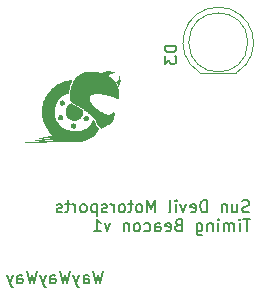
<source format=gbr>
G04 #@! TF.GenerationSoftware,KiCad,Pcbnew,7.0.8*
G04 #@! TF.CreationDate,2024-01-21T00:56:49-07:00*
G04 #@! TF.ProjectId,lapbeacon,6c617062-6561-4636-9f6e-2e6b69636164,v1*
G04 #@! TF.SameCoordinates,Original*
G04 #@! TF.FileFunction,Legend,Bot*
G04 #@! TF.FilePolarity,Positive*
%FSLAX46Y46*%
G04 Gerber Fmt 4.6, Leading zero omitted, Abs format (unit mm)*
G04 Created by KiCad (PCBNEW 7.0.8) date 2024-01-21 00:56:49*
%MOMM*%
%LPD*%
G01*
G04 APERTURE LIST*
G04 Aperture macros list*
%AMRoundRect*
0 Rectangle with rounded corners*
0 $1 Rounding radius*
0 $2 $3 $4 $5 $6 $7 $8 $9 X,Y pos of 4 corners*
0 Add a 4 corners polygon primitive as box body*
4,1,4,$2,$3,$4,$5,$6,$7,$8,$9,$2,$3,0*
0 Add four circle primitives for the rounded corners*
1,1,$1+$1,$2,$3*
1,1,$1+$1,$4,$5*
1,1,$1+$1,$6,$7*
1,1,$1+$1,$8,$9*
0 Add four rect primitives between the rounded corners*
20,1,$1+$1,$2,$3,$4,$5,0*
20,1,$1+$1,$4,$5,$6,$7,0*
20,1,$1+$1,$6,$7,$8,$9,0*
20,1,$1+$1,$8,$9,$2,$3,0*%
G04 Aperture macros list end*
%ADD10C,0.150000*%
%ADD11C,0.120000*%
%ADD12C,3.200000*%
%ADD13C,0.990600*%
%ADD14R,2.100000X2.100000*%
%ADD15C,2.100000*%
%ADD16RoundRect,0.250000X-0.725000X0.600000X-0.725000X-0.600000X0.725000X-0.600000X0.725000X0.600000X0*%
%ADD17O,1.950000X1.700000*%
%ADD18O,1.900000X1.200000*%
%ADD19C,1.450000*%
%ADD20R,1.800000X1.800000*%
%ADD21C,1.800000*%
G04 APERTURE END LIST*
D10*
X150258458Y-133369819D02*
X150020363Y-134369819D01*
X150020363Y-134369819D02*
X149829887Y-133655533D01*
X149829887Y-133655533D02*
X149639411Y-134369819D01*
X149639411Y-134369819D02*
X149401316Y-133369819D01*
X148591792Y-134369819D02*
X148591792Y-133846009D01*
X148591792Y-133846009D02*
X148639411Y-133750771D01*
X148639411Y-133750771D02*
X148734649Y-133703152D01*
X148734649Y-133703152D02*
X148925125Y-133703152D01*
X148925125Y-133703152D02*
X149020363Y-133750771D01*
X148591792Y-134322200D02*
X148687030Y-134369819D01*
X148687030Y-134369819D02*
X148925125Y-134369819D01*
X148925125Y-134369819D02*
X149020363Y-134322200D01*
X149020363Y-134322200D02*
X149067982Y-134226961D01*
X149067982Y-134226961D02*
X149067982Y-134131723D01*
X149067982Y-134131723D02*
X149020363Y-134036485D01*
X149020363Y-134036485D02*
X148925125Y-133988866D01*
X148925125Y-133988866D02*
X148687030Y-133988866D01*
X148687030Y-133988866D02*
X148591792Y-133941247D01*
X148210839Y-133703152D02*
X147972744Y-134369819D01*
X147734649Y-133703152D02*
X147972744Y-134369819D01*
X147972744Y-134369819D02*
X148067982Y-134607914D01*
X148067982Y-134607914D02*
X148115601Y-134655533D01*
X148115601Y-134655533D02*
X148210839Y-134703152D01*
X147448934Y-133369819D02*
X147210839Y-134369819D01*
X147210839Y-134369819D02*
X147020363Y-133655533D01*
X147020363Y-133655533D02*
X146829887Y-134369819D01*
X146829887Y-134369819D02*
X146591792Y-133369819D01*
X145782268Y-134369819D02*
X145782268Y-133846009D01*
X145782268Y-133846009D02*
X145829887Y-133750771D01*
X145829887Y-133750771D02*
X145925125Y-133703152D01*
X145925125Y-133703152D02*
X146115601Y-133703152D01*
X146115601Y-133703152D02*
X146210839Y-133750771D01*
X145782268Y-134322200D02*
X145877506Y-134369819D01*
X145877506Y-134369819D02*
X146115601Y-134369819D01*
X146115601Y-134369819D02*
X146210839Y-134322200D01*
X146210839Y-134322200D02*
X146258458Y-134226961D01*
X146258458Y-134226961D02*
X146258458Y-134131723D01*
X146258458Y-134131723D02*
X146210839Y-134036485D01*
X146210839Y-134036485D02*
X146115601Y-133988866D01*
X146115601Y-133988866D02*
X145877506Y-133988866D01*
X145877506Y-133988866D02*
X145782268Y-133941247D01*
X145401315Y-133703152D02*
X145163220Y-134369819D01*
X144925125Y-133703152D02*
X145163220Y-134369819D01*
X145163220Y-134369819D02*
X145258458Y-134607914D01*
X145258458Y-134607914D02*
X145306077Y-134655533D01*
X145306077Y-134655533D02*
X145401315Y-134703152D01*
X144639410Y-133369819D02*
X144401315Y-134369819D01*
X144401315Y-134369819D02*
X144210839Y-133655533D01*
X144210839Y-133655533D02*
X144020363Y-134369819D01*
X144020363Y-134369819D02*
X143782268Y-133369819D01*
X142972744Y-134369819D02*
X142972744Y-133846009D01*
X142972744Y-133846009D02*
X143020363Y-133750771D01*
X143020363Y-133750771D02*
X143115601Y-133703152D01*
X143115601Y-133703152D02*
X143306077Y-133703152D01*
X143306077Y-133703152D02*
X143401315Y-133750771D01*
X142972744Y-134322200D02*
X143067982Y-134369819D01*
X143067982Y-134369819D02*
X143306077Y-134369819D01*
X143306077Y-134369819D02*
X143401315Y-134322200D01*
X143401315Y-134322200D02*
X143448934Y-134226961D01*
X143448934Y-134226961D02*
X143448934Y-134131723D01*
X143448934Y-134131723D02*
X143401315Y-134036485D01*
X143401315Y-134036485D02*
X143306077Y-133988866D01*
X143306077Y-133988866D02*
X143067982Y-133988866D01*
X143067982Y-133988866D02*
X142972744Y-133941247D01*
X142591791Y-133703152D02*
X142353696Y-134369819D01*
X142115601Y-133703152D02*
X142353696Y-134369819D01*
X142353696Y-134369819D02*
X142448934Y-134607914D01*
X142448934Y-134607914D02*
X142496553Y-134655533D01*
X142496553Y-134655533D02*
X142591791Y-134703152D01*
X162610839Y-128312200D02*
X162467982Y-128359819D01*
X162467982Y-128359819D02*
X162229887Y-128359819D01*
X162229887Y-128359819D02*
X162134649Y-128312200D01*
X162134649Y-128312200D02*
X162087030Y-128264580D01*
X162087030Y-128264580D02*
X162039411Y-128169342D01*
X162039411Y-128169342D02*
X162039411Y-128074104D01*
X162039411Y-128074104D02*
X162087030Y-127978866D01*
X162087030Y-127978866D02*
X162134649Y-127931247D01*
X162134649Y-127931247D02*
X162229887Y-127883628D01*
X162229887Y-127883628D02*
X162420363Y-127836009D01*
X162420363Y-127836009D02*
X162515601Y-127788390D01*
X162515601Y-127788390D02*
X162563220Y-127740771D01*
X162563220Y-127740771D02*
X162610839Y-127645533D01*
X162610839Y-127645533D02*
X162610839Y-127550295D01*
X162610839Y-127550295D02*
X162563220Y-127455057D01*
X162563220Y-127455057D02*
X162515601Y-127407438D01*
X162515601Y-127407438D02*
X162420363Y-127359819D01*
X162420363Y-127359819D02*
X162182268Y-127359819D01*
X162182268Y-127359819D02*
X162039411Y-127407438D01*
X161182268Y-127693152D02*
X161182268Y-128359819D01*
X161610839Y-127693152D02*
X161610839Y-128216961D01*
X161610839Y-128216961D02*
X161563220Y-128312200D01*
X161563220Y-128312200D02*
X161467982Y-128359819D01*
X161467982Y-128359819D02*
X161325125Y-128359819D01*
X161325125Y-128359819D02*
X161229887Y-128312200D01*
X161229887Y-128312200D02*
X161182268Y-128264580D01*
X160706077Y-127693152D02*
X160706077Y-128359819D01*
X160706077Y-127788390D02*
X160658458Y-127740771D01*
X160658458Y-127740771D02*
X160563220Y-127693152D01*
X160563220Y-127693152D02*
X160420363Y-127693152D01*
X160420363Y-127693152D02*
X160325125Y-127740771D01*
X160325125Y-127740771D02*
X160277506Y-127836009D01*
X160277506Y-127836009D02*
X160277506Y-128359819D01*
X159039410Y-128359819D02*
X159039410Y-127359819D01*
X159039410Y-127359819D02*
X158801315Y-127359819D01*
X158801315Y-127359819D02*
X158658458Y-127407438D01*
X158658458Y-127407438D02*
X158563220Y-127502676D01*
X158563220Y-127502676D02*
X158515601Y-127597914D01*
X158515601Y-127597914D02*
X158467982Y-127788390D01*
X158467982Y-127788390D02*
X158467982Y-127931247D01*
X158467982Y-127931247D02*
X158515601Y-128121723D01*
X158515601Y-128121723D02*
X158563220Y-128216961D01*
X158563220Y-128216961D02*
X158658458Y-128312200D01*
X158658458Y-128312200D02*
X158801315Y-128359819D01*
X158801315Y-128359819D02*
X159039410Y-128359819D01*
X157658458Y-128312200D02*
X157753696Y-128359819D01*
X157753696Y-128359819D02*
X157944172Y-128359819D01*
X157944172Y-128359819D02*
X158039410Y-128312200D01*
X158039410Y-128312200D02*
X158087029Y-128216961D01*
X158087029Y-128216961D02*
X158087029Y-127836009D01*
X158087029Y-127836009D02*
X158039410Y-127740771D01*
X158039410Y-127740771D02*
X157944172Y-127693152D01*
X157944172Y-127693152D02*
X157753696Y-127693152D01*
X157753696Y-127693152D02*
X157658458Y-127740771D01*
X157658458Y-127740771D02*
X157610839Y-127836009D01*
X157610839Y-127836009D02*
X157610839Y-127931247D01*
X157610839Y-127931247D02*
X158087029Y-128026485D01*
X157277505Y-127693152D02*
X157039410Y-128359819D01*
X157039410Y-128359819D02*
X156801315Y-127693152D01*
X156420362Y-128359819D02*
X156420362Y-127693152D01*
X156420362Y-127359819D02*
X156467981Y-127407438D01*
X156467981Y-127407438D02*
X156420362Y-127455057D01*
X156420362Y-127455057D02*
X156372743Y-127407438D01*
X156372743Y-127407438D02*
X156420362Y-127359819D01*
X156420362Y-127359819D02*
X156420362Y-127455057D01*
X155801315Y-128359819D02*
X155896553Y-128312200D01*
X155896553Y-128312200D02*
X155944172Y-128216961D01*
X155944172Y-128216961D02*
X155944172Y-127359819D01*
X154658457Y-128359819D02*
X154658457Y-127359819D01*
X154658457Y-127359819D02*
X154325124Y-128074104D01*
X154325124Y-128074104D02*
X153991791Y-127359819D01*
X153991791Y-127359819D02*
X153991791Y-128359819D01*
X153372743Y-128359819D02*
X153467981Y-128312200D01*
X153467981Y-128312200D02*
X153515600Y-128264580D01*
X153515600Y-128264580D02*
X153563219Y-128169342D01*
X153563219Y-128169342D02*
X153563219Y-127883628D01*
X153563219Y-127883628D02*
X153515600Y-127788390D01*
X153515600Y-127788390D02*
X153467981Y-127740771D01*
X153467981Y-127740771D02*
X153372743Y-127693152D01*
X153372743Y-127693152D02*
X153229886Y-127693152D01*
X153229886Y-127693152D02*
X153134648Y-127740771D01*
X153134648Y-127740771D02*
X153087029Y-127788390D01*
X153087029Y-127788390D02*
X153039410Y-127883628D01*
X153039410Y-127883628D02*
X153039410Y-128169342D01*
X153039410Y-128169342D02*
X153087029Y-128264580D01*
X153087029Y-128264580D02*
X153134648Y-128312200D01*
X153134648Y-128312200D02*
X153229886Y-128359819D01*
X153229886Y-128359819D02*
X153372743Y-128359819D01*
X152753695Y-127693152D02*
X152372743Y-127693152D01*
X152610838Y-127359819D02*
X152610838Y-128216961D01*
X152610838Y-128216961D02*
X152563219Y-128312200D01*
X152563219Y-128312200D02*
X152467981Y-128359819D01*
X152467981Y-128359819D02*
X152372743Y-128359819D01*
X151896552Y-128359819D02*
X151991790Y-128312200D01*
X151991790Y-128312200D02*
X152039409Y-128264580D01*
X152039409Y-128264580D02*
X152087028Y-128169342D01*
X152087028Y-128169342D02*
X152087028Y-127883628D01*
X152087028Y-127883628D02*
X152039409Y-127788390D01*
X152039409Y-127788390D02*
X151991790Y-127740771D01*
X151991790Y-127740771D02*
X151896552Y-127693152D01*
X151896552Y-127693152D02*
X151753695Y-127693152D01*
X151753695Y-127693152D02*
X151658457Y-127740771D01*
X151658457Y-127740771D02*
X151610838Y-127788390D01*
X151610838Y-127788390D02*
X151563219Y-127883628D01*
X151563219Y-127883628D02*
X151563219Y-128169342D01*
X151563219Y-128169342D02*
X151610838Y-128264580D01*
X151610838Y-128264580D02*
X151658457Y-128312200D01*
X151658457Y-128312200D02*
X151753695Y-128359819D01*
X151753695Y-128359819D02*
X151896552Y-128359819D01*
X151134647Y-128359819D02*
X151134647Y-127693152D01*
X151134647Y-127883628D02*
X151087028Y-127788390D01*
X151087028Y-127788390D02*
X151039409Y-127740771D01*
X151039409Y-127740771D02*
X150944171Y-127693152D01*
X150944171Y-127693152D02*
X150848933Y-127693152D01*
X150563218Y-128312200D02*
X150467980Y-128359819D01*
X150467980Y-128359819D02*
X150277504Y-128359819D01*
X150277504Y-128359819D02*
X150182266Y-128312200D01*
X150182266Y-128312200D02*
X150134647Y-128216961D01*
X150134647Y-128216961D02*
X150134647Y-128169342D01*
X150134647Y-128169342D02*
X150182266Y-128074104D01*
X150182266Y-128074104D02*
X150277504Y-128026485D01*
X150277504Y-128026485D02*
X150420361Y-128026485D01*
X150420361Y-128026485D02*
X150515599Y-127978866D01*
X150515599Y-127978866D02*
X150563218Y-127883628D01*
X150563218Y-127883628D02*
X150563218Y-127836009D01*
X150563218Y-127836009D02*
X150515599Y-127740771D01*
X150515599Y-127740771D02*
X150420361Y-127693152D01*
X150420361Y-127693152D02*
X150277504Y-127693152D01*
X150277504Y-127693152D02*
X150182266Y-127740771D01*
X149706075Y-127693152D02*
X149706075Y-128693152D01*
X149706075Y-127740771D02*
X149610837Y-127693152D01*
X149610837Y-127693152D02*
X149420361Y-127693152D01*
X149420361Y-127693152D02*
X149325123Y-127740771D01*
X149325123Y-127740771D02*
X149277504Y-127788390D01*
X149277504Y-127788390D02*
X149229885Y-127883628D01*
X149229885Y-127883628D02*
X149229885Y-128169342D01*
X149229885Y-128169342D02*
X149277504Y-128264580D01*
X149277504Y-128264580D02*
X149325123Y-128312200D01*
X149325123Y-128312200D02*
X149420361Y-128359819D01*
X149420361Y-128359819D02*
X149610837Y-128359819D01*
X149610837Y-128359819D02*
X149706075Y-128312200D01*
X148658456Y-128359819D02*
X148753694Y-128312200D01*
X148753694Y-128312200D02*
X148801313Y-128264580D01*
X148801313Y-128264580D02*
X148848932Y-128169342D01*
X148848932Y-128169342D02*
X148848932Y-127883628D01*
X148848932Y-127883628D02*
X148801313Y-127788390D01*
X148801313Y-127788390D02*
X148753694Y-127740771D01*
X148753694Y-127740771D02*
X148658456Y-127693152D01*
X148658456Y-127693152D02*
X148515599Y-127693152D01*
X148515599Y-127693152D02*
X148420361Y-127740771D01*
X148420361Y-127740771D02*
X148372742Y-127788390D01*
X148372742Y-127788390D02*
X148325123Y-127883628D01*
X148325123Y-127883628D02*
X148325123Y-128169342D01*
X148325123Y-128169342D02*
X148372742Y-128264580D01*
X148372742Y-128264580D02*
X148420361Y-128312200D01*
X148420361Y-128312200D02*
X148515599Y-128359819D01*
X148515599Y-128359819D02*
X148658456Y-128359819D01*
X147896551Y-128359819D02*
X147896551Y-127693152D01*
X147896551Y-127883628D02*
X147848932Y-127788390D01*
X147848932Y-127788390D02*
X147801313Y-127740771D01*
X147801313Y-127740771D02*
X147706075Y-127693152D01*
X147706075Y-127693152D02*
X147610837Y-127693152D01*
X147420360Y-127693152D02*
X147039408Y-127693152D01*
X147277503Y-127359819D02*
X147277503Y-128216961D01*
X147277503Y-128216961D02*
X147229884Y-128312200D01*
X147229884Y-128312200D02*
X147134646Y-128359819D01*
X147134646Y-128359819D02*
X147039408Y-128359819D01*
X146753693Y-128312200D02*
X146658455Y-128359819D01*
X146658455Y-128359819D02*
X146467979Y-128359819D01*
X146467979Y-128359819D02*
X146372741Y-128312200D01*
X146372741Y-128312200D02*
X146325122Y-128216961D01*
X146325122Y-128216961D02*
X146325122Y-128169342D01*
X146325122Y-128169342D02*
X146372741Y-128074104D01*
X146372741Y-128074104D02*
X146467979Y-128026485D01*
X146467979Y-128026485D02*
X146610836Y-128026485D01*
X146610836Y-128026485D02*
X146706074Y-127978866D01*
X146706074Y-127978866D02*
X146753693Y-127883628D01*
X146753693Y-127883628D02*
X146753693Y-127836009D01*
X146753693Y-127836009D02*
X146706074Y-127740771D01*
X146706074Y-127740771D02*
X146610836Y-127693152D01*
X146610836Y-127693152D02*
X146467979Y-127693152D01*
X146467979Y-127693152D02*
X146372741Y-127740771D01*
X162706077Y-128969819D02*
X162134649Y-128969819D01*
X162420363Y-129969819D02*
X162420363Y-128969819D01*
X161801315Y-129969819D02*
X161801315Y-129303152D01*
X161801315Y-128969819D02*
X161848934Y-129017438D01*
X161848934Y-129017438D02*
X161801315Y-129065057D01*
X161801315Y-129065057D02*
X161753696Y-129017438D01*
X161753696Y-129017438D02*
X161801315Y-128969819D01*
X161801315Y-128969819D02*
X161801315Y-129065057D01*
X161325125Y-129969819D02*
X161325125Y-129303152D01*
X161325125Y-129398390D02*
X161277506Y-129350771D01*
X161277506Y-129350771D02*
X161182268Y-129303152D01*
X161182268Y-129303152D02*
X161039411Y-129303152D01*
X161039411Y-129303152D02*
X160944173Y-129350771D01*
X160944173Y-129350771D02*
X160896554Y-129446009D01*
X160896554Y-129446009D02*
X160896554Y-129969819D01*
X160896554Y-129446009D02*
X160848935Y-129350771D01*
X160848935Y-129350771D02*
X160753697Y-129303152D01*
X160753697Y-129303152D02*
X160610840Y-129303152D01*
X160610840Y-129303152D02*
X160515601Y-129350771D01*
X160515601Y-129350771D02*
X160467982Y-129446009D01*
X160467982Y-129446009D02*
X160467982Y-129969819D01*
X159991792Y-129969819D02*
X159991792Y-129303152D01*
X159991792Y-128969819D02*
X160039411Y-129017438D01*
X160039411Y-129017438D02*
X159991792Y-129065057D01*
X159991792Y-129065057D02*
X159944173Y-129017438D01*
X159944173Y-129017438D02*
X159991792Y-128969819D01*
X159991792Y-128969819D02*
X159991792Y-129065057D01*
X159515602Y-129303152D02*
X159515602Y-129969819D01*
X159515602Y-129398390D02*
X159467983Y-129350771D01*
X159467983Y-129350771D02*
X159372745Y-129303152D01*
X159372745Y-129303152D02*
X159229888Y-129303152D01*
X159229888Y-129303152D02*
X159134650Y-129350771D01*
X159134650Y-129350771D02*
X159087031Y-129446009D01*
X159087031Y-129446009D02*
X159087031Y-129969819D01*
X158182269Y-129303152D02*
X158182269Y-130112676D01*
X158182269Y-130112676D02*
X158229888Y-130207914D01*
X158229888Y-130207914D02*
X158277507Y-130255533D01*
X158277507Y-130255533D02*
X158372745Y-130303152D01*
X158372745Y-130303152D02*
X158515602Y-130303152D01*
X158515602Y-130303152D02*
X158610840Y-130255533D01*
X158182269Y-129922200D02*
X158277507Y-129969819D01*
X158277507Y-129969819D02*
X158467983Y-129969819D01*
X158467983Y-129969819D02*
X158563221Y-129922200D01*
X158563221Y-129922200D02*
X158610840Y-129874580D01*
X158610840Y-129874580D02*
X158658459Y-129779342D01*
X158658459Y-129779342D02*
X158658459Y-129493628D01*
X158658459Y-129493628D02*
X158610840Y-129398390D01*
X158610840Y-129398390D02*
X158563221Y-129350771D01*
X158563221Y-129350771D02*
X158467983Y-129303152D01*
X158467983Y-129303152D02*
X158277507Y-129303152D01*
X158277507Y-129303152D02*
X158182269Y-129350771D01*
X156610840Y-129446009D02*
X156467983Y-129493628D01*
X156467983Y-129493628D02*
X156420364Y-129541247D01*
X156420364Y-129541247D02*
X156372745Y-129636485D01*
X156372745Y-129636485D02*
X156372745Y-129779342D01*
X156372745Y-129779342D02*
X156420364Y-129874580D01*
X156420364Y-129874580D02*
X156467983Y-129922200D01*
X156467983Y-129922200D02*
X156563221Y-129969819D01*
X156563221Y-129969819D02*
X156944173Y-129969819D01*
X156944173Y-129969819D02*
X156944173Y-128969819D01*
X156944173Y-128969819D02*
X156610840Y-128969819D01*
X156610840Y-128969819D02*
X156515602Y-129017438D01*
X156515602Y-129017438D02*
X156467983Y-129065057D01*
X156467983Y-129065057D02*
X156420364Y-129160295D01*
X156420364Y-129160295D02*
X156420364Y-129255533D01*
X156420364Y-129255533D02*
X156467983Y-129350771D01*
X156467983Y-129350771D02*
X156515602Y-129398390D01*
X156515602Y-129398390D02*
X156610840Y-129446009D01*
X156610840Y-129446009D02*
X156944173Y-129446009D01*
X155563221Y-129922200D02*
X155658459Y-129969819D01*
X155658459Y-129969819D02*
X155848935Y-129969819D01*
X155848935Y-129969819D02*
X155944173Y-129922200D01*
X155944173Y-129922200D02*
X155991792Y-129826961D01*
X155991792Y-129826961D02*
X155991792Y-129446009D01*
X155991792Y-129446009D02*
X155944173Y-129350771D01*
X155944173Y-129350771D02*
X155848935Y-129303152D01*
X155848935Y-129303152D02*
X155658459Y-129303152D01*
X155658459Y-129303152D02*
X155563221Y-129350771D01*
X155563221Y-129350771D02*
X155515602Y-129446009D01*
X155515602Y-129446009D02*
X155515602Y-129541247D01*
X155515602Y-129541247D02*
X155991792Y-129636485D01*
X154658459Y-129969819D02*
X154658459Y-129446009D01*
X154658459Y-129446009D02*
X154706078Y-129350771D01*
X154706078Y-129350771D02*
X154801316Y-129303152D01*
X154801316Y-129303152D02*
X154991792Y-129303152D01*
X154991792Y-129303152D02*
X155087030Y-129350771D01*
X154658459Y-129922200D02*
X154753697Y-129969819D01*
X154753697Y-129969819D02*
X154991792Y-129969819D01*
X154991792Y-129969819D02*
X155087030Y-129922200D01*
X155087030Y-129922200D02*
X155134649Y-129826961D01*
X155134649Y-129826961D02*
X155134649Y-129731723D01*
X155134649Y-129731723D02*
X155087030Y-129636485D01*
X155087030Y-129636485D02*
X154991792Y-129588866D01*
X154991792Y-129588866D02*
X154753697Y-129588866D01*
X154753697Y-129588866D02*
X154658459Y-129541247D01*
X153753697Y-129922200D02*
X153848935Y-129969819D01*
X153848935Y-129969819D02*
X154039411Y-129969819D01*
X154039411Y-129969819D02*
X154134649Y-129922200D01*
X154134649Y-129922200D02*
X154182268Y-129874580D01*
X154182268Y-129874580D02*
X154229887Y-129779342D01*
X154229887Y-129779342D02*
X154229887Y-129493628D01*
X154229887Y-129493628D02*
X154182268Y-129398390D01*
X154182268Y-129398390D02*
X154134649Y-129350771D01*
X154134649Y-129350771D02*
X154039411Y-129303152D01*
X154039411Y-129303152D02*
X153848935Y-129303152D01*
X153848935Y-129303152D02*
X153753697Y-129350771D01*
X153182268Y-129969819D02*
X153277506Y-129922200D01*
X153277506Y-129922200D02*
X153325125Y-129874580D01*
X153325125Y-129874580D02*
X153372744Y-129779342D01*
X153372744Y-129779342D02*
X153372744Y-129493628D01*
X153372744Y-129493628D02*
X153325125Y-129398390D01*
X153325125Y-129398390D02*
X153277506Y-129350771D01*
X153277506Y-129350771D02*
X153182268Y-129303152D01*
X153182268Y-129303152D02*
X153039411Y-129303152D01*
X153039411Y-129303152D02*
X152944173Y-129350771D01*
X152944173Y-129350771D02*
X152896554Y-129398390D01*
X152896554Y-129398390D02*
X152848935Y-129493628D01*
X152848935Y-129493628D02*
X152848935Y-129779342D01*
X152848935Y-129779342D02*
X152896554Y-129874580D01*
X152896554Y-129874580D02*
X152944173Y-129922200D01*
X152944173Y-129922200D02*
X153039411Y-129969819D01*
X153039411Y-129969819D02*
X153182268Y-129969819D01*
X152420363Y-129303152D02*
X152420363Y-129969819D01*
X152420363Y-129398390D02*
X152372744Y-129350771D01*
X152372744Y-129350771D02*
X152277506Y-129303152D01*
X152277506Y-129303152D02*
X152134649Y-129303152D01*
X152134649Y-129303152D02*
X152039411Y-129350771D01*
X152039411Y-129350771D02*
X151991792Y-129446009D01*
X151991792Y-129446009D02*
X151991792Y-129969819D01*
X150848934Y-129303152D02*
X150610839Y-129969819D01*
X150610839Y-129969819D02*
X150372744Y-129303152D01*
X149467982Y-129969819D02*
X150039410Y-129969819D01*
X149753696Y-129969819D02*
X149753696Y-128969819D01*
X149753696Y-128969819D02*
X149848934Y-129112676D01*
X149848934Y-129112676D02*
X149944172Y-129207914D01*
X149944172Y-129207914D02*
X150039410Y-129255533D01*
X156454819Y-114261905D02*
X155454819Y-114261905D01*
X155454819Y-114261905D02*
X155454819Y-114500000D01*
X155454819Y-114500000D02*
X155502438Y-114642857D01*
X155502438Y-114642857D02*
X155597676Y-114738095D01*
X155597676Y-114738095D02*
X155692914Y-114785714D01*
X155692914Y-114785714D02*
X155883390Y-114833333D01*
X155883390Y-114833333D02*
X156026247Y-114833333D01*
X156026247Y-114833333D02*
X156216723Y-114785714D01*
X156216723Y-114785714D02*
X156311961Y-114738095D01*
X156311961Y-114738095D02*
X156407200Y-114642857D01*
X156407200Y-114642857D02*
X156454819Y-114500000D01*
X156454819Y-114500000D02*
X156454819Y-114261905D01*
X155454819Y-115166667D02*
X155454819Y-115785714D01*
X155454819Y-115785714D02*
X155835771Y-115452381D01*
X155835771Y-115452381D02*
X155835771Y-115595238D01*
X155835771Y-115595238D02*
X155883390Y-115690476D01*
X155883390Y-115690476D02*
X155931009Y-115738095D01*
X155931009Y-115738095D02*
X156026247Y-115785714D01*
X156026247Y-115785714D02*
X156264342Y-115785714D01*
X156264342Y-115785714D02*
X156359580Y-115738095D01*
X156359580Y-115738095D02*
X156407200Y-115690476D01*
X156407200Y-115690476D02*
X156454819Y-115595238D01*
X156454819Y-115595238D02*
X156454819Y-115309524D01*
X156454819Y-115309524D02*
X156407200Y-115214286D01*
X156407200Y-115214286D02*
X156359580Y-115166667D01*
G36*
X149149710Y-122104053D02*
G01*
X149018311Y-122178402D01*
X148881293Y-122244051D01*
X148850961Y-122256162D01*
X148738777Y-122300955D01*
X148590886Y-122349070D01*
X148437742Y-122388353D01*
X148279466Y-122418759D01*
X148116181Y-122440245D01*
X148105916Y-122441227D01*
X148090137Y-122442506D01*
X148072020Y-122443717D01*
X148051242Y-122444864D01*
X148027478Y-122445948D01*
X148000406Y-122446975D01*
X147969703Y-122447946D01*
X147935045Y-122448866D01*
X147896109Y-122449737D01*
X147852573Y-122450564D01*
X147804112Y-122451349D01*
X147750404Y-122452095D01*
X147691125Y-122452806D01*
X147625953Y-122453486D01*
X147554564Y-122454137D01*
X147476635Y-122454763D01*
X147391842Y-122455367D01*
X147299863Y-122455953D01*
X147200374Y-122456523D01*
X147093053Y-122457082D01*
X146977575Y-122457631D01*
X146853618Y-122458176D01*
X146720859Y-122458719D01*
X146578974Y-122459262D01*
X146427640Y-122459811D01*
X146266534Y-122460367D01*
X146095334Y-122460935D01*
X146006116Y-122461229D01*
X145877406Y-122461667D01*
X145751656Y-122462109D01*
X145629259Y-122462554D01*
X145510607Y-122463001D01*
X145396093Y-122463447D01*
X145286110Y-122463891D01*
X145181049Y-122464330D01*
X145081304Y-122464764D01*
X144987267Y-122465189D01*
X144899330Y-122465604D01*
X144817887Y-122466007D01*
X144743329Y-122466397D01*
X144676049Y-122466772D01*
X144616440Y-122467128D01*
X144564894Y-122467466D01*
X144521804Y-122467783D01*
X144487562Y-122468076D01*
X144462561Y-122468345D01*
X144447193Y-122468587D01*
X144441851Y-122468800D01*
X144438949Y-122469216D01*
X144426675Y-122469743D01*
X144405700Y-122470192D01*
X144376979Y-122470565D01*
X144341469Y-122470865D01*
X144300125Y-122471093D01*
X144253905Y-122471251D01*
X144203762Y-122471343D01*
X144150655Y-122471371D01*
X144095537Y-122471336D01*
X144039367Y-122471240D01*
X143983099Y-122471087D01*
X143927689Y-122470879D01*
X143874094Y-122470617D01*
X143823269Y-122470304D01*
X143776171Y-122469942D01*
X143733755Y-122469533D01*
X143696978Y-122469081D01*
X143666794Y-122468586D01*
X143644162Y-122468051D01*
X143630035Y-122467479D01*
X143625371Y-122466872D01*
X143626739Y-122465619D01*
X143630159Y-122464349D01*
X143636604Y-122463105D01*
X143647127Y-122461787D01*
X143662780Y-122460296D01*
X143684617Y-122458532D01*
X143713692Y-122456396D01*
X143751056Y-122453790D01*
X143797765Y-122450612D01*
X143806836Y-122449995D01*
X143837398Y-122447858D01*
X143866231Y-122445762D01*
X143890448Y-122443922D01*
X143907158Y-122442549D01*
X143921425Y-122441354D01*
X143950226Y-122439152D01*
X143989186Y-122436348D01*
X144038364Y-122432938D01*
X144097821Y-122428916D01*
X144167617Y-122424279D01*
X144170310Y-122424100D01*
X144205225Y-122421726D01*
X144242745Y-122419075D01*
X144278537Y-122416458D01*
X144308265Y-122414187D01*
X144316564Y-122413540D01*
X144347519Y-122411216D01*
X144383766Y-122408595D01*
X144421453Y-122405954D01*
X144456727Y-122403568D01*
X144467718Y-122402835D01*
X144504201Y-122400323D01*
X144541842Y-122397633D01*
X144576788Y-122395044D01*
X144605189Y-122392834D01*
X144605207Y-122392832D01*
X144635439Y-122390479D01*
X144671538Y-122387809D01*
X144708978Y-122385149D01*
X144743232Y-122382828D01*
X144772076Y-122380900D01*
X144808838Y-122378381D01*
X144849673Y-122375536D01*
X144891382Y-122372590D01*
X144930763Y-122369765D01*
X144969443Y-122366973D01*
X145010646Y-122364017D01*
X145050839Y-122361149D01*
X145086896Y-122358592D01*
X145115689Y-122356569D01*
X145120288Y-122356247D01*
X145149740Y-122354154D01*
X145177698Y-122352113D01*
X145201197Y-122350343D01*
X145217268Y-122349064D01*
X145222307Y-122348650D01*
X145241172Y-122347190D01*
X145266657Y-122345294D01*
X145296055Y-122343161D01*
X145326661Y-122340992D01*
X145347669Y-122339516D01*
X145385611Y-122336826D01*
X145427663Y-122333826D01*
X145470047Y-122330784D01*
X145508983Y-122327971D01*
X145534659Y-122326116D01*
X145575852Y-122323168D01*
X145617714Y-122320200D01*
X145656559Y-122317472D01*
X145688700Y-122315246D01*
X145715886Y-122313368D01*
X145753301Y-122310755D01*
X145794743Y-122307838D01*
X145836842Y-122304854D01*
X145876231Y-122302040D01*
X145882457Y-122301593D01*
X145946293Y-122297030D01*
X146005059Y-122292870D01*
X146061849Y-122288898D01*
X146119756Y-122284900D01*
X146181872Y-122280658D01*
X146251292Y-122275960D01*
X146265037Y-122275017D01*
X146301945Y-122272339D01*
X146337066Y-122269595D01*
X146368245Y-122266965D01*
X146393332Y-122264627D01*
X146410172Y-122262760D01*
X146432666Y-122260238D01*
X146456473Y-122258304D01*
X146475287Y-122257518D01*
X146486542Y-122257178D01*
X146492394Y-122256070D01*
X146512170Y-122256070D01*
X146519565Y-122256889D01*
X146526731Y-122256162D01*
X146526077Y-122254261D01*
X146523719Y-122253573D01*
X146513054Y-122254261D01*
X146512170Y-122256070D01*
X146492394Y-122256070D01*
X146494786Y-122255617D01*
X146493321Y-122252702D01*
X146493202Y-122252636D01*
X146484448Y-122251112D01*
X146467007Y-122250616D01*
X146442507Y-122251148D01*
X146412578Y-122252707D01*
X146407514Y-122253023D01*
X146381184Y-122254471D01*
X146347013Y-122256123D01*
X146307062Y-122257891D01*
X146263394Y-122259686D01*
X146218071Y-122261419D01*
X146173154Y-122263002D01*
X146159289Y-122263468D01*
X146100133Y-122265460D01*
X146049337Y-122267180D01*
X146005207Y-122268689D01*
X145966051Y-122270047D01*
X145930177Y-122271315D01*
X145895892Y-122272553D01*
X145861503Y-122273821D01*
X145825319Y-122275179D01*
X145785646Y-122276689D01*
X145740792Y-122278409D01*
X145735379Y-122278617D01*
X145629756Y-122282660D01*
X145527327Y-122286546D01*
X145429122Y-122290237D01*
X145336174Y-122293695D01*
X145249511Y-122296883D01*
X145170166Y-122299761D01*
X145099169Y-122302291D01*
X145037551Y-122304436D01*
X145034312Y-122304548D01*
X144991130Y-122306058D01*
X144948120Y-122307610D01*
X144907331Y-122309126D01*
X144870810Y-122310528D01*
X144840605Y-122311741D01*
X144818766Y-122312685D01*
X144808675Y-122313151D01*
X144791630Y-122313925D01*
X144774718Y-122314672D01*
X144756766Y-122315439D01*
X144736604Y-122316274D01*
X144713060Y-122317222D01*
X144684963Y-122318332D01*
X144651141Y-122319649D01*
X144610422Y-122321221D01*
X144561636Y-122323095D01*
X144503610Y-122325318D01*
X144492583Y-122325737D01*
X144439302Y-122327671D01*
X144387708Y-122329404D01*
X144338769Y-122330912D01*
X144293456Y-122332174D01*
X144252737Y-122333168D01*
X144217583Y-122333872D01*
X144188961Y-122334263D01*
X144167842Y-122334320D01*
X144155195Y-122334020D01*
X144151989Y-122333341D01*
X144153707Y-122332897D01*
X144164373Y-122331068D01*
X144183445Y-122328202D01*
X144209599Y-122324481D01*
X144241511Y-122320082D01*
X144277856Y-122315185D01*
X144317312Y-122309970D01*
X144358554Y-122304615D01*
X144400258Y-122299300D01*
X144441099Y-122294203D01*
X144454793Y-122292479D01*
X144481350Y-122289030D01*
X144511188Y-122285065D01*
X144540074Y-122281141D01*
X144559233Y-122278523D01*
X144588530Y-122274577D01*
X144615619Y-122270990D01*
X144636444Y-122268302D01*
X144660117Y-122265291D01*
X144697874Y-122260423D01*
X144744289Y-122254384D01*
X144798440Y-122247294D01*
X144859409Y-122239276D01*
X144926274Y-122230449D01*
X144998117Y-122220935D01*
X145074016Y-122210854D01*
X145105773Y-122206631D01*
X145158351Y-122199642D01*
X145203497Y-122193649D01*
X145243097Y-122188403D01*
X145279038Y-122183655D01*
X145313208Y-122179156D01*
X145347494Y-122174658D01*
X145383782Y-122169912D01*
X145423960Y-122164670D01*
X145469914Y-122158682D01*
X145473610Y-122158201D01*
X145540352Y-122149479D01*
X145614177Y-122139785D01*
X145692028Y-122129523D01*
X145770849Y-122119096D01*
X145847580Y-122108906D01*
X145875050Y-122105290D01*
X145907506Y-122101115D01*
X145936870Y-122097437D01*
X145960729Y-122094558D01*
X145976675Y-122092780D01*
X145992343Y-122090622D01*
X146006126Y-122087437D01*
X146012669Y-122084191D01*
X146010984Y-122082665D01*
X145999842Y-122081487D01*
X145978689Y-122081332D01*
X145947733Y-122082193D01*
X145907177Y-122084064D01*
X145857229Y-122086938D01*
X145798093Y-122090809D01*
X145777634Y-122092167D01*
X145742217Y-122094392D01*
X145702393Y-122096783D01*
X145661678Y-122099130D01*
X145623585Y-122101223D01*
X145598020Y-122102610D01*
X145556805Y-122104927D01*
X145514911Y-122107362D01*
X145476034Y-122109702D01*
X145443868Y-122111728D01*
X145427478Y-122112780D01*
X145390560Y-122115068D01*
X145349269Y-122117546D01*
X145307554Y-122119980D01*
X145269360Y-122122134D01*
X145216439Y-122125064D01*
X145143093Y-122129172D01*
X145073377Y-122133132D01*
X145008420Y-122136878D01*
X144949352Y-122140344D01*
X144897300Y-122143464D01*
X144853395Y-122146172D01*
X144818766Y-122148403D01*
X144806770Y-122149190D01*
X144778973Y-122150925D01*
X144754789Y-122152317D01*
X144736479Y-122153238D01*
X144726302Y-122153565D01*
X144725039Y-122153552D01*
X144714297Y-122151959D01*
X144712716Y-122148538D01*
X144719565Y-122144465D01*
X144734116Y-122140921D01*
X144737118Y-122140419D01*
X144754590Y-122137055D01*
X144777094Y-122132271D01*
X144800533Y-122126932D01*
X144802220Y-122126533D01*
X144818724Y-122122638D01*
X144833725Y-122119118D01*
X144849166Y-122115527D01*
X144866991Y-122111413D01*
X144889143Y-122106330D01*
X144917567Y-122099829D01*
X144954204Y-122091460D01*
X144982587Y-122084976D01*
X145015479Y-122077451D01*
X146031313Y-122077451D01*
X146031393Y-122079230D01*
X146038150Y-122080187D01*
X146043270Y-122079353D01*
X146041297Y-122077040D01*
X146038284Y-122076208D01*
X146031313Y-122077451D01*
X145015479Y-122077451D01*
X145015501Y-122077446D01*
X145046727Y-122070286D01*
X145077743Y-122063154D01*
X145110029Y-122055710D01*
X145145064Y-122047611D01*
X145184328Y-122038516D01*
X145229301Y-122028083D01*
X145281461Y-122015970D01*
X145342289Y-122001835D01*
X145345314Y-122001133D01*
X145371557Y-121995045D01*
X145398383Y-121988838D01*
X145420427Y-121983751D01*
X145437218Y-121979879D01*
X145458597Y-121974929D01*
X145475123Y-121971083D01*
X145511484Y-121962580D01*
X145560098Y-121951230D01*
X145604566Y-121940868D01*
X145642891Y-121931960D01*
X145673072Y-121924971D01*
X145677886Y-121923858D01*
X145702574Y-121918104D01*
X145733121Y-121910936D01*
X145766103Y-121903160D01*
X145798093Y-121895580D01*
X145808229Y-121893171D01*
X145838807Y-121885908D01*
X145867899Y-121879001D01*
X145892621Y-121873135D01*
X145910090Y-121868994D01*
X145915458Y-121867721D01*
X145937125Y-121862494D01*
X145950813Y-121858876D01*
X145958341Y-121856264D01*
X145961525Y-121854050D01*
X145962182Y-121851630D01*
X145961125Y-121849785D01*
X145953761Y-121842236D01*
X145940917Y-121830839D01*
X145924416Y-121817254D01*
X145917373Y-121811512D01*
X145892400Y-121789798D01*
X145862740Y-121762470D01*
X145830043Y-121731172D01*
X145795962Y-121697549D01*
X145762149Y-121663246D01*
X145730254Y-121629908D01*
X145701930Y-121599178D01*
X145678829Y-121572703D01*
X145635434Y-121519270D01*
X145544576Y-121395680D01*
X145460694Y-121264685D01*
X145383989Y-121126684D01*
X145314658Y-120982078D01*
X145252900Y-120831267D01*
X145198914Y-120674652D01*
X145152899Y-120512633D01*
X145149990Y-120501113D01*
X145128301Y-120407652D01*
X145109206Y-120311713D01*
X145093208Y-120216254D01*
X145080807Y-120124230D01*
X145072504Y-120038597D01*
X145071544Y-120022933D01*
X145070316Y-119991184D01*
X145069446Y-119952611D01*
X145068924Y-119908936D01*
X145068737Y-119861884D01*
X145068872Y-119813180D01*
X145069317Y-119764547D01*
X145070059Y-119717709D01*
X145071088Y-119674391D01*
X145072389Y-119636316D01*
X145073951Y-119605209D01*
X145075762Y-119582793D01*
X145084272Y-119513918D01*
X145095029Y-119441095D01*
X145107421Y-119368321D01*
X145121048Y-119297670D01*
X145135509Y-119231214D01*
X145150403Y-119171025D01*
X145165331Y-119119175D01*
X145199067Y-119017123D01*
X145248310Y-118884435D01*
X145301607Y-118759040D01*
X145359752Y-118639333D01*
X145423539Y-118523709D01*
X145493762Y-118410561D01*
X145571215Y-118298285D01*
X145606080Y-118251559D01*
X145666446Y-118175967D01*
X145732119Y-118099310D01*
X145801158Y-118023690D01*
X145871623Y-117951207D01*
X145941572Y-117883966D01*
X146009065Y-117824067D01*
X146114427Y-117738946D01*
X146249856Y-117640751D01*
X146388877Y-117552055D01*
X146531271Y-117472953D01*
X146676818Y-117403539D01*
X146825300Y-117343908D01*
X146976498Y-117294153D01*
X147130192Y-117254370D01*
X147286165Y-117224652D01*
X147444196Y-117205095D01*
X147458086Y-117203964D01*
X147484736Y-117202292D01*
X147514122Y-117200919D01*
X147544366Y-117199882D01*
X147573590Y-117199219D01*
X147599919Y-117198970D01*
X147621476Y-117199171D01*
X147636383Y-117199860D01*
X147642764Y-117201076D01*
X147641960Y-117206469D01*
X147637766Y-117219515D01*
X147630856Y-117238222D01*
X147621922Y-117260611D01*
X147576706Y-117374927D01*
X147519304Y-117537213D01*
X147471163Y-117696479D01*
X147432088Y-117853343D01*
X147431717Y-117855014D01*
X147418999Y-117915559D01*
X147406740Y-117979732D01*
X147395398Y-118044797D01*
X147385426Y-118108019D01*
X147377280Y-118166661D01*
X147371415Y-118217986D01*
X147369691Y-118235697D01*
X147367239Y-118258087D01*
X147364540Y-118273060D01*
X147360686Y-118282452D01*
X147354773Y-118288096D01*
X147345894Y-118291827D01*
X147333142Y-118295480D01*
X147269020Y-118314778D01*
X147141762Y-118360830D01*
X147020156Y-118415610D01*
X146904133Y-118479148D01*
X146818046Y-118534528D01*
X146717188Y-118610213D01*
X146624015Y-118692885D01*
X146538655Y-118782382D01*
X146461236Y-118878543D01*
X146391887Y-118981205D01*
X146330734Y-119090206D01*
X146277907Y-119205386D01*
X146233533Y-119326582D01*
X146228144Y-119343536D01*
X146201085Y-119437915D01*
X146177992Y-119534618D01*
X146159644Y-119630105D01*
X146146820Y-119720837D01*
X146143567Y-119753956D01*
X146139173Y-119864508D01*
X146144194Y-119977701D01*
X146158423Y-120092620D01*
X146181653Y-120208350D01*
X146213675Y-120323978D01*
X146254282Y-120438587D01*
X146303266Y-120551265D01*
X146360418Y-120661095D01*
X146376758Y-120689200D01*
X146400544Y-120728223D01*
X146426403Y-120768973D01*
X146452908Y-120809283D01*
X146478628Y-120846990D01*
X146502135Y-120879926D01*
X146522000Y-120905927D01*
X146600965Y-120996219D01*
X146689768Y-121082359D01*
X146785694Y-121161179D01*
X146888448Y-121232523D01*
X146997732Y-121296233D01*
X147113250Y-121352152D01*
X147234705Y-121400122D01*
X147361801Y-121439985D01*
X147494241Y-121471585D01*
X147631727Y-121494764D01*
X147682705Y-121500589D01*
X147747537Y-121505634D01*
X147816342Y-121508845D01*
X147886749Y-121510211D01*
X147956390Y-121509721D01*
X148022895Y-121507365D01*
X148083894Y-121503133D01*
X148137018Y-121497013D01*
X148200805Y-121487051D01*
X148291248Y-121470227D01*
X148374865Y-121451003D01*
X148453764Y-121428824D01*
X148530055Y-121403134D01*
X148605845Y-121373376D01*
X148661086Y-121348921D01*
X148768223Y-121293439D01*
X148868289Y-121230314D01*
X148961237Y-121159598D01*
X149047017Y-121081341D01*
X149125579Y-120995596D01*
X149196874Y-120902413D01*
X149260854Y-120801844D01*
X149317468Y-120693942D01*
X149366668Y-120578756D01*
X149372875Y-120563158D01*
X149380771Y-120545132D01*
X149387080Y-120532819D01*
X149390824Y-120528261D01*
X149391648Y-120528387D01*
X149400111Y-120532827D01*
X149414312Y-120542637D01*
X149432566Y-120556473D01*
X149453189Y-120572991D01*
X149474496Y-120590850D01*
X149494804Y-120608707D01*
X149512427Y-120625217D01*
X149523775Y-120636502D01*
X149554844Y-120670059D01*
X149579916Y-120702498D01*
X149600262Y-120736123D01*
X149617150Y-120773241D01*
X149631850Y-120816159D01*
X149645633Y-120867183D01*
X149649491Y-120882411D01*
X149657951Y-120913389D01*
X149666575Y-120942240D01*
X149674544Y-120966285D01*
X149681037Y-120982846D01*
X149684603Y-120990283D01*
X149708626Y-121030786D01*
X149740805Y-121073157D01*
X149779795Y-121115897D01*
X149824254Y-121157510D01*
X149872836Y-121196499D01*
X149887783Y-121207748D01*
X149903636Y-121221161D01*
X149912624Y-121232583D01*
X149915773Y-121244363D01*
X149914111Y-121258847D01*
X149908665Y-121278384D01*
X149899551Y-121303438D01*
X149884312Y-121337625D01*
X149864737Y-121376452D01*
X149841855Y-121417981D01*
X149816696Y-121460275D01*
X149790286Y-121501397D01*
X149749115Y-121559711D01*
X149683874Y-121642291D01*
X149611083Y-121724661D01*
X149532248Y-121805300D01*
X149448879Y-121882686D01*
X149362485Y-121955298D01*
X149274573Y-122021614D01*
X149187121Y-122079353D01*
X149149710Y-122104053D01*
G37*
G36*
X150778076Y-116422915D02*
G01*
X150789314Y-116424512D01*
X150816701Y-116428381D01*
X150847220Y-116432669D01*
X150876112Y-116436706D01*
X150941900Y-116447234D01*
X151043745Y-116469561D01*
X151145324Y-116499611D01*
X151164215Y-116505972D01*
X151199246Y-116518193D01*
X151230791Y-116529741D01*
X151257563Y-116540109D01*
X151278277Y-116548792D01*
X151291648Y-116555284D01*
X151296391Y-116559079D01*
X151294971Y-116560722D01*
X151286050Y-116564025D01*
X151271647Y-116566812D01*
X151270028Y-116567035D01*
X151162885Y-116586581D01*
X151061406Y-116614825D01*
X150965724Y-116651669D01*
X150875975Y-116697018D01*
X150792294Y-116750774D01*
X150714814Y-116812841D01*
X150643671Y-116883123D01*
X150578998Y-116961522D01*
X150520932Y-117047943D01*
X150469605Y-117142289D01*
X150461111Y-117159838D01*
X150447848Y-117188222D01*
X150437169Y-117213125D01*
X150428083Y-117237271D01*
X150419598Y-117263386D01*
X150410724Y-117294195D01*
X150400470Y-117332424D01*
X150389101Y-117372069D01*
X150370830Y-117423936D01*
X150350957Y-117467836D01*
X150329987Y-117502553D01*
X150321456Y-117515157D01*
X150315159Y-117526168D01*
X150313735Y-117531385D01*
X150316007Y-117531615D01*
X150324872Y-117527549D01*
X150337784Y-117519119D01*
X150352381Y-117508057D01*
X150366299Y-117496093D01*
X150377174Y-117484955D01*
X150377474Y-117484598D01*
X150394505Y-117459650D01*
X150409849Y-117427127D01*
X150423885Y-117386088D01*
X150436990Y-117335588D01*
X150441100Y-117318334D01*
X150451851Y-117279588D01*
X150463961Y-117245683D01*
X150478792Y-117212613D01*
X150483193Y-117203835D01*
X150509572Y-117157661D01*
X150540556Y-117112319D01*
X150575111Y-117068751D01*
X150612203Y-117027898D01*
X150650801Y-116990700D01*
X150689871Y-116958098D01*
X150728379Y-116931034D01*
X150765294Y-116910448D01*
X150799582Y-116897282D01*
X150830210Y-116892476D01*
X150848715Y-116895185D01*
X150874524Y-116905454D01*
X150905530Y-116923521D01*
X150941967Y-116949543D01*
X150984071Y-116983674D01*
X151032075Y-117026070D01*
X151063968Y-117056076D01*
X151130814Y-117124598D01*
X151196357Y-117199082D01*
X151259269Y-117277741D01*
X151318222Y-117358793D01*
X151371887Y-117440451D01*
X151418935Y-117520930D01*
X151458038Y-117598446D01*
X151469129Y-117623575D01*
X151498456Y-117700992D01*
X151525084Y-117788465D01*
X151549010Y-117885989D01*
X151570234Y-117993560D01*
X151588755Y-118111173D01*
X151604571Y-118238823D01*
X151605008Y-118243027D01*
X151607293Y-118272841D01*
X151609063Y-118309662D01*
X151610317Y-118351554D01*
X151611054Y-118396584D01*
X151611274Y-118442816D01*
X151610978Y-118488316D01*
X151610164Y-118531150D01*
X151608833Y-118569382D01*
X151606985Y-118601078D01*
X151604619Y-118624303D01*
X151602755Y-118636989D01*
X151596051Y-118677894D01*
X151589012Y-118714366D01*
X151581931Y-118745219D01*
X151575098Y-118769268D01*
X151568805Y-118785328D01*
X151563342Y-118792216D01*
X151559241Y-118792321D01*
X151547302Y-118789230D01*
X151532087Y-118783028D01*
X151497929Y-118767061D01*
X151437299Y-118739801D01*
X151376390Y-118713924D01*
X151313236Y-118688655D01*
X151245868Y-118663216D01*
X151172322Y-118636830D01*
X151090628Y-118608722D01*
X151087833Y-118607780D01*
X151045802Y-118594189D01*
X150996150Y-118579009D01*
X150941067Y-118562841D01*
X150882744Y-118546290D01*
X150823371Y-118529958D01*
X150765140Y-118514449D01*
X150710240Y-118500367D01*
X150660862Y-118488313D01*
X150619196Y-118478893D01*
X150566327Y-118467797D01*
X150494347Y-118453274D01*
X150427215Y-118440418D01*
X150366671Y-118429561D01*
X150314459Y-118421034D01*
X150303090Y-118419293D01*
X150275962Y-118415111D01*
X150250537Y-118411159D01*
X150231112Y-118408103D01*
X150227543Y-118407546D01*
X150212847Y-118405438D01*
X150193872Y-118402977D01*
X150169603Y-118400048D01*
X150139025Y-118396531D01*
X150101126Y-118392311D01*
X150054890Y-118387269D01*
X149999303Y-118381288D01*
X149998396Y-118381193D01*
X149975382Y-118379423D01*
X149943508Y-118377880D01*
X149904258Y-118376605D01*
X149859114Y-118375638D01*
X149809559Y-118375018D01*
X149757076Y-118374785D01*
X149716970Y-118374801D01*
X149673466Y-118374967D01*
X149637623Y-118375360D01*
X149607891Y-118376050D01*
X149582719Y-118377105D01*
X149560557Y-118378594D01*
X149539852Y-118380586D01*
X149519056Y-118383149D01*
X149496616Y-118386354D01*
X149465171Y-118391264D01*
X149414190Y-118400566D01*
X149371433Y-118410619D01*
X149335479Y-118421989D01*
X149304902Y-118435242D01*
X149278279Y-118450945D01*
X149254186Y-118469664D01*
X149231201Y-118491967D01*
X149213092Y-118513219D01*
X149183546Y-118559466D01*
X149160457Y-118612686D01*
X149143990Y-118671963D01*
X149134314Y-118736379D01*
X149131594Y-118805021D01*
X149135996Y-118876970D01*
X149147688Y-118951313D01*
X149148566Y-118955385D01*
X149156408Y-118981708D01*
X149168578Y-119009308D01*
X149185690Y-119039085D01*
X149208356Y-119071936D01*
X149237188Y-119108760D01*
X149272799Y-119150455D01*
X149315802Y-119197922D01*
X149375152Y-119260011D01*
X149464443Y-119347325D01*
X149560868Y-119435396D01*
X149662784Y-119522905D01*
X149768550Y-119608532D01*
X149876522Y-119690959D01*
X149985058Y-119768865D01*
X150092515Y-119840933D01*
X150197252Y-119905843D01*
X150215125Y-119916312D01*
X150281039Y-119953016D01*
X150346833Y-119986811D01*
X150411573Y-120017354D01*
X150474325Y-120044303D01*
X150534157Y-120067314D01*
X150590135Y-120086046D01*
X150641325Y-120100154D01*
X150686793Y-120109297D01*
X150725607Y-120113132D01*
X150756833Y-120111316D01*
X150763205Y-120110141D01*
X150797197Y-120101689D01*
X150830728Y-120089250D01*
X150865238Y-120072031D01*
X150902168Y-120049243D01*
X150942958Y-120020093D01*
X150989049Y-119983791D01*
X151014591Y-119963318D01*
X151044885Y-119940522D01*
X151069927Y-119924018D01*
X151090965Y-119913197D01*
X151109250Y-119907447D01*
X151126031Y-119906157D01*
X151142555Y-119908717D01*
X151162573Y-119914433D01*
X151193376Y-119925455D01*
X151221590Y-119938045D01*
X151244667Y-119951023D01*
X151260061Y-119963207D01*
X151262673Y-119965958D01*
X151266342Y-119970352D01*
X151268504Y-119975310D01*
X151269041Y-119982433D01*
X151267834Y-119993326D01*
X151264764Y-120009590D01*
X151259714Y-120032828D01*
X151252564Y-120064643D01*
X151251611Y-120068894D01*
X151246450Y-120092074D01*
X151240447Y-120119248D01*
X151234713Y-120145385D01*
X151232950Y-120153459D01*
X151226498Y-120182960D01*
X151219450Y-120215144D01*
X151213043Y-120244360D01*
X151199222Y-120304412D01*
X151182357Y-120371319D01*
X151164524Y-120436180D01*
X151146151Y-120497620D01*
X151127671Y-120554266D01*
X151109515Y-120604742D01*
X151092112Y-120647675D01*
X151075895Y-120681690D01*
X151075851Y-120681772D01*
X151054182Y-120714648D01*
X151022669Y-120750492D01*
X150981431Y-120789222D01*
X150930583Y-120830758D01*
X150870244Y-120875015D01*
X150800531Y-120921911D01*
X150721562Y-120971365D01*
X150633453Y-121023294D01*
X150536323Y-121077615D01*
X150430290Y-121134247D01*
X150412715Y-121143768D01*
X150387300Y-121158082D01*
X150357594Y-121175208D01*
X150325983Y-121193769D01*
X150294851Y-121212389D01*
X150291499Y-121214414D01*
X150263198Y-121231448D01*
X150237188Y-121246996D01*
X150215123Y-121260077D01*
X150198655Y-121269710D01*
X150189438Y-121274916D01*
X150188500Y-121275394D01*
X150174340Y-121279878D01*
X150153164Y-121282471D01*
X150123322Y-121283384D01*
X150072834Y-121283593D01*
X149949883Y-121160312D01*
X149938996Y-121149376D01*
X149895652Y-121105318D01*
X149859124Y-121067050D01*
X149828693Y-121033572D01*
X149803639Y-121003886D01*
X149783241Y-120976992D01*
X149766779Y-120951890D01*
X149753534Y-120927581D01*
X149742785Y-120903065D01*
X149733811Y-120877342D01*
X149725894Y-120849414D01*
X149709200Y-120793646D01*
X149683039Y-120727610D01*
X149649602Y-120662045D01*
X149607782Y-120594563D01*
X149581927Y-120556894D01*
X149543774Y-120504620D01*
X149503218Y-120453019D01*
X149459388Y-120401133D01*
X149411412Y-120348008D01*
X149358419Y-120292687D01*
X149299538Y-120234214D01*
X149233897Y-120171633D01*
X149160624Y-120103988D01*
X149151601Y-120095811D01*
X149104497Y-120054248D01*
X149052020Y-120009582D01*
X148995056Y-119962472D01*
X148934491Y-119913575D01*
X148871213Y-119863549D01*
X148806106Y-119813054D01*
X148740056Y-119762746D01*
X148673950Y-119713285D01*
X148608675Y-119665329D01*
X148545115Y-119619536D01*
X148484157Y-119576563D01*
X148426687Y-119537071D01*
X148373591Y-119501716D01*
X148325755Y-119471156D01*
X148284066Y-119446051D01*
X148249408Y-119427059D01*
X148242133Y-119423429D01*
X148217675Y-119411825D01*
X148186745Y-119397753D01*
X148151639Y-119382234D01*
X148114657Y-119366289D01*
X148078097Y-119350940D01*
X148045683Y-119337424D01*
X147993822Y-119315132D01*
X147949278Y-119294922D01*
X147910410Y-119275980D01*
X147875576Y-119257491D01*
X147843135Y-119238641D01*
X147811444Y-119218614D01*
X147783166Y-119199368D01*
X147721374Y-119152936D01*
X147657248Y-119099281D01*
X147592367Y-119039818D01*
X147528308Y-118975963D01*
X147466648Y-118909131D01*
X147409946Y-118844944D01*
X147410479Y-118755460D01*
X147410647Y-118738788D01*
X147411378Y-118703404D01*
X147412535Y-118668608D01*
X147413997Y-118637675D01*
X147415644Y-118613884D01*
X147415791Y-118612232D01*
X147418047Y-118585978D01*
X147420732Y-118553595D01*
X147423522Y-118519037D01*
X147426094Y-118486259D01*
X147432376Y-118416489D01*
X147441054Y-118339295D01*
X147451558Y-118259642D01*
X147463501Y-118180105D01*
X147476495Y-118103259D01*
X147490153Y-118031681D01*
X147504087Y-117967945D01*
X147511472Y-117936869D01*
X147525218Y-117880092D01*
X147537611Y-117830689D01*
X147549172Y-117786762D01*
X147560423Y-117746417D01*
X147571884Y-117707757D01*
X147584076Y-117668885D01*
X147597520Y-117627906D01*
X147624052Y-117551627D01*
X147672109Y-117427792D01*
X147723490Y-117312314D01*
X147778036Y-117205454D01*
X147835590Y-117107471D01*
X147895995Y-117018625D01*
X147959094Y-116939178D01*
X148024728Y-116869389D01*
X148092740Y-116809519D01*
X148116135Y-116791591D01*
X148181094Y-116746889D01*
X148253833Y-116703102D01*
X148332473Y-116661195D01*
X148415134Y-116622134D01*
X148499939Y-116586886D01*
X148585008Y-116556415D01*
X148600603Y-116551482D01*
X148631615Y-116542329D01*
X148666856Y-116532524D01*
X148703489Y-116522813D01*
X148738678Y-116513940D01*
X148769586Y-116506651D01*
X148793376Y-116501690D01*
X148830219Y-116494988D01*
X148879473Y-116486426D01*
X148923178Y-116479516D01*
X148963330Y-116474087D01*
X149001924Y-116469966D01*
X149040955Y-116466980D01*
X149082420Y-116464958D01*
X149128313Y-116463725D01*
X149180630Y-116463110D01*
X149241366Y-116462941D01*
X149273783Y-116462984D01*
X149331223Y-116463391D01*
X149381449Y-116464339D01*
X149426584Y-116465962D01*
X149468755Y-116468395D01*
X149510086Y-116471774D01*
X149552701Y-116476233D01*
X149598727Y-116481907D01*
X149650287Y-116488932D01*
X149658852Y-116490159D01*
X149694119Y-116495556D01*
X149733329Y-116502016D01*
X149775190Y-116509283D01*
X149818409Y-116517104D01*
X149861693Y-116525224D01*
X149903751Y-116533389D01*
X149943290Y-116541346D01*
X149979017Y-116548839D01*
X150009641Y-116555616D01*
X150033869Y-116561421D01*
X150050408Y-116566001D01*
X150057967Y-116569101D01*
X150057417Y-116570810D01*
X150050557Y-116577939D01*
X150037355Y-116589394D01*
X150019139Y-116604044D01*
X149997235Y-116620763D01*
X149980540Y-116633597D01*
X149945333Y-116662811D01*
X149909546Y-116695018D01*
X149875000Y-116728422D01*
X149843518Y-116761230D01*
X149816923Y-116791647D01*
X149797037Y-116817878D01*
X149787365Y-116832544D01*
X149773678Y-116854511D01*
X149761614Y-116875193D01*
X149752202Y-116892738D01*
X149746469Y-116905292D01*
X149745442Y-116911000D01*
X149747237Y-116910067D01*
X149754967Y-116902983D01*
X149767599Y-116890109D01*
X149783915Y-116872700D01*
X149802695Y-116852012D01*
X149841410Y-116810283D01*
X149923315Y-116731262D01*
X150008777Y-116660623D01*
X150097192Y-116598772D01*
X150187953Y-116546112D01*
X150280458Y-116503048D01*
X150374100Y-116469985D01*
X150383537Y-116467233D01*
X150442478Y-116452102D01*
X150503936Y-116439512D01*
X150565885Y-116429697D01*
X150626300Y-116422894D01*
X150683154Y-116419338D01*
X150734421Y-116419267D01*
X150778076Y-116422915D01*
G37*
G36*
X147800350Y-120842045D02*
G01*
X147839654Y-120855469D01*
X147856774Y-120864531D01*
X147893433Y-120891602D01*
X147924722Y-120925642D01*
X147948401Y-120964406D01*
X147951960Y-120972011D01*
X147958083Y-120986468D01*
X147961939Y-120999492D01*
X147964050Y-121014048D01*
X147964936Y-121033095D01*
X147965115Y-121059598D01*
X147965089Y-121072408D01*
X147964663Y-121095254D01*
X147963300Y-121111953D01*
X147960483Y-121125467D01*
X147955689Y-121138759D01*
X147948401Y-121154790D01*
X147930646Y-121185036D01*
X147902713Y-121218060D01*
X147869477Y-121246098D01*
X147833113Y-121267364D01*
X147795799Y-121280070D01*
X147783675Y-121281644D01*
X147760527Y-121282232D01*
X147733599Y-121281128D01*
X147706436Y-121278599D01*
X147682584Y-121274910D01*
X147665587Y-121270325D01*
X147639123Y-121257947D01*
X147600282Y-121231150D01*
X147567973Y-121196422D01*
X147541771Y-121153363D01*
X147538811Y-121147316D01*
X147531142Y-121130647D01*
X147526363Y-121116867D01*
X147523794Y-121102650D01*
X147522752Y-121084669D01*
X147522557Y-121059598D01*
X147522566Y-121051503D01*
X147522940Y-121028763D01*
X147524365Y-121012130D01*
X147527522Y-120998256D01*
X147533096Y-120983788D01*
X147541769Y-120965376D01*
X147543012Y-120962844D01*
X147567647Y-120921965D01*
X147597265Y-120889610D01*
X147633228Y-120864571D01*
X147676897Y-120845643D01*
X147714426Y-120837272D01*
X147757431Y-120835908D01*
X147800350Y-120842045D01*
G37*
G36*
X148838865Y-120201251D02*
G01*
X148883636Y-120211392D01*
X148925224Y-120230289D01*
X148962370Y-120257318D01*
X148993819Y-120291856D01*
X149018313Y-120333280D01*
X149022430Y-120343199D01*
X149031965Y-120379550D01*
X149035715Y-120419791D01*
X149033524Y-120460176D01*
X149025232Y-120496960D01*
X149025158Y-120497176D01*
X149005165Y-120540611D01*
X148977122Y-120577951D01*
X148941951Y-120608400D01*
X148900570Y-120631159D01*
X148853900Y-120645433D01*
X148836251Y-120648944D01*
X148822878Y-120651596D01*
X148816817Y-120652786D01*
X148816541Y-120652802D01*
X148809349Y-120651892D01*
X148795060Y-120649493D01*
X148776426Y-120646063D01*
X148770404Y-120644844D01*
X148723070Y-120629880D01*
X148681758Y-120607027D01*
X148647143Y-120577154D01*
X148619900Y-120541130D01*
X148600702Y-120499823D01*
X148590224Y-120454102D01*
X148589140Y-120404835D01*
X148590098Y-120395294D01*
X148600511Y-120351730D01*
X148619779Y-120311016D01*
X148646663Y-120274594D01*
X148679921Y-120243905D01*
X148718314Y-120220391D01*
X148760603Y-120205493D01*
X148792166Y-120200488D01*
X148838865Y-120201251D01*
G37*
G36*
X147578685Y-119127938D02*
G01*
X147589122Y-119134027D01*
X147605135Y-119145011D01*
X147625090Y-119159746D01*
X147647355Y-119177086D01*
X147682548Y-119205015D01*
X147731436Y-119243029D01*
X147774589Y-119275344D01*
X147813243Y-119302717D01*
X147848633Y-119325908D01*
X147881991Y-119345672D01*
X147914554Y-119362767D01*
X147947555Y-119377951D01*
X147982229Y-119391982D01*
X148019811Y-119405616D01*
X148050181Y-119416594D01*
X148097773Y-119435800D01*
X148145062Y-119457608D01*
X148193670Y-119482878D01*
X148245218Y-119512471D01*
X148301327Y-119547247D01*
X148363618Y-119588066D01*
X148373867Y-119594938D01*
X148422902Y-119628165D01*
X148464279Y-119656837D01*
X148497753Y-119680776D01*
X148523080Y-119699805D01*
X148540014Y-119713745D01*
X148548311Y-119722418D01*
X148551868Y-119730466D01*
X148556560Y-119749289D01*
X148560650Y-119775005D01*
X148563885Y-119805552D01*
X148566011Y-119838867D01*
X148566776Y-119872890D01*
X148563389Y-119945600D01*
X148550284Y-120031612D01*
X148527623Y-120114222D01*
X148495734Y-120192851D01*
X148454944Y-120266920D01*
X148405579Y-120335850D01*
X148347966Y-120399063D01*
X148282433Y-120455978D01*
X148209307Y-120506018D01*
X148199173Y-120511986D01*
X148138948Y-120542302D01*
X148071988Y-120568350D01*
X148000994Y-120589189D01*
X147928663Y-120603879D01*
X147922509Y-120604773D01*
X147891041Y-120607929D01*
X147853738Y-120609958D01*
X147813834Y-120610828D01*
X147774563Y-120610505D01*
X147739161Y-120608955D01*
X147710863Y-120606144D01*
X147656650Y-120596396D01*
X147574437Y-120573750D01*
X147496982Y-120542133D01*
X147423728Y-120501262D01*
X147354114Y-120450851D01*
X147287585Y-120390617D01*
X147279742Y-120382675D01*
X147219633Y-120314477D01*
X147169493Y-120243265D01*
X147129302Y-120168969D01*
X147099035Y-120091521D01*
X147078670Y-120010850D01*
X147068184Y-119926887D01*
X147067555Y-119839562D01*
X147076759Y-119748806D01*
X147086180Y-119695015D01*
X147106087Y-119613194D01*
X147132055Y-119538162D01*
X147164699Y-119468484D01*
X147204639Y-119402720D01*
X147252489Y-119339435D01*
X147298900Y-119289596D01*
X147352580Y-119242628D01*
X147410569Y-119201012D01*
X147470635Y-119166344D01*
X147530550Y-119140222D01*
X147532572Y-119139497D01*
X147551469Y-119133183D01*
X147567023Y-119128739D01*
X147576039Y-119127087D01*
X147578685Y-119127938D01*
G37*
G36*
X146709468Y-120143912D02*
G01*
X146750237Y-120157467D01*
X146775477Y-120171464D01*
X146809173Y-120197980D01*
X146838566Y-120230146D01*
X146860815Y-120265197D01*
X146865862Y-120275599D01*
X146870777Y-120287609D01*
X146873863Y-120299603D01*
X146875540Y-120314188D01*
X146876229Y-120333973D01*
X146876350Y-120361567D01*
X146876272Y-120382337D01*
X146875748Y-120404081D01*
X146874359Y-120419900D01*
X146871681Y-120432407D01*
X146867292Y-120444215D01*
X146860771Y-120457937D01*
X146856160Y-120466683D01*
X146829951Y-120504134D01*
X146796751Y-120536327D01*
X146758593Y-120561554D01*
X146717515Y-120578108D01*
X146693609Y-120582578D01*
X146662439Y-120584703D01*
X146630752Y-120583885D01*
X146603510Y-120580041D01*
X146577089Y-120572000D01*
X146537020Y-120551656D01*
X146501798Y-120523585D01*
X146472512Y-120489163D01*
X146450248Y-120449767D01*
X146436093Y-120406776D01*
X146431133Y-120361567D01*
X146431266Y-120354364D01*
X146437867Y-120309685D01*
X146453654Y-120266589D01*
X146477574Y-120226884D01*
X146508577Y-120192375D01*
X146545611Y-120164868D01*
X146579917Y-120149464D01*
X146621685Y-120140006D01*
X146665743Y-120138124D01*
X146709468Y-120143912D01*
G37*
G36*
X146842718Y-118895895D02*
G01*
X146859109Y-118897278D01*
X146872837Y-118900422D01*
X146887242Y-118906002D01*
X146905663Y-118914692D01*
X146937512Y-118933035D01*
X146974166Y-118963761D01*
X147002507Y-119000367D01*
X147022123Y-119042135D01*
X147032604Y-119088345D01*
X147033538Y-119138280D01*
X147032183Y-119151349D01*
X147021207Y-119197562D01*
X147001228Y-119238835D01*
X146972635Y-119274647D01*
X146935817Y-119304482D01*
X146891163Y-119327821D01*
X146878687Y-119332530D01*
X146860524Y-119337294D01*
X146839865Y-119339720D01*
X146812778Y-119340442D01*
X146805103Y-119340374D01*
X146757159Y-119335254D01*
X146714767Y-119321690D01*
X146676867Y-119299229D01*
X146642403Y-119267418D01*
X146620605Y-119238427D01*
X146601061Y-119198063D01*
X146589964Y-119154512D01*
X146587380Y-119109476D01*
X146593374Y-119064661D01*
X146608012Y-119021769D01*
X146631361Y-118982503D01*
X146646818Y-118963571D01*
X146668033Y-118943393D01*
X146693140Y-118926383D01*
X146725328Y-118910085D01*
X146736443Y-118905257D01*
X146750872Y-118900319D01*
X146765996Y-118897431D01*
X146785052Y-118896047D01*
X146811280Y-118895624D01*
X146820327Y-118895599D01*
X146842718Y-118895895D01*
G37*
G36*
X151649516Y-116874410D02*
G01*
X151657817Y-116891313D01*
X151692162Y-116974251D01*
X151716421Y-117058644D01*
X151730849Y-117145557D01*
X151735699Y-117236054D01*
X151735701Y-117238741D01*
X151734533Y-117288163D01*
X151730734Y-117333475D01*
X151723787Y-117378031D01*
X151713174Y-117425183D01*
X151698381Y-117478281D01*
X151690293Y-117502886D01*
X151667725Y-117557661D01*
X151638849Y-117614280D01*
X151605168Y-117669933D01*
X151568182Y-117721811D01*
X151561384Y-117730408D01*
X151549093Y-117744533D01*
X151541297Y-117750529D01*
X151537202Y-117748844D01*
X151536013Y-117739923D01*
X151535608Y-117734673D01*
X151532692Y-117718122D01*
X151527501Y-117695342D01*
X151520676Y-117668767D01*
X151512855Y-117640833D01*
X151504679Y-117613972D01*
X151496786Y-117590621D01*
X151495849Y-117588052D01*
X151475909Y-117538707D01*
X151452299Y-117488534D01*
X151426487Y-117440284D01*
X151399940Y-117396711D01*
X151374128Y-117360569D01*
X151369471Y-117354470D01*
X151361893Y-117343273D01*
X151358901Y-117336798D01*
X151362682Y-117332311D01*
X151373250Y-117324312D01*
X151388225Y-117314714D01*
X151388465Y-117314570D01*
X151439289Y-117278475D01*
X151486338Y-117233921D01*
X151528250Y-117182579D01*
X151563658Y-117126120D01*
X151591199Y-117066214D01*
X151593979Y-117058816D01*
X151604214Y-117029615D01*
X151611758Y-117003344D01*
X151617338Y-116976667D01*
X151621681Y-116946246D01*
X151625515Y-116908745D01*
X151631811Y-116839291D01*
X151649516Y-116874410D01*
G37*
D11*
X161545000Y-116550000D02*
X158455000Y-116550000D01*
X160000462Y-111000001D02*
G75*
G03*
X158455170Y-116549999I-462J-2989999D01*
G01*
X161544830Y-116550000D02*
G75*
G03*
X159999538Y-111000000I-1544830J2560000D01*
G01*
X162500000Y-113990000D02*
G75*
G03*
X162500000Y-113990000I-2500000J0D01*
G01*
%LPC*%
D12*
X136000000Y-133000000D03*
D13*
X155000000Y-112500000D03*
X149920000Y-113516000D03*
X149920000Y-111484000D03*
D12*
X160000000Y-133000000D03*
D14*
X137800000Y-96850000D03*
D15*
X137800000Y-99390000D03*
D16*
X136400000Y-120500000D03*
D17*
X136400000Y-123000000D03*
X136400000Y-125500000D03*
D18*
X134030000Y-103135000D03*
D19*
X136730000Y-104135000D03*
X136730000Y-109135000D03*
D18*
X134030000Y-110135000D03*
D20*
X160000000Y-115260000D03*
D21*
X160000000Y-112720000D03*
%LPD*%
M02*

</source>
